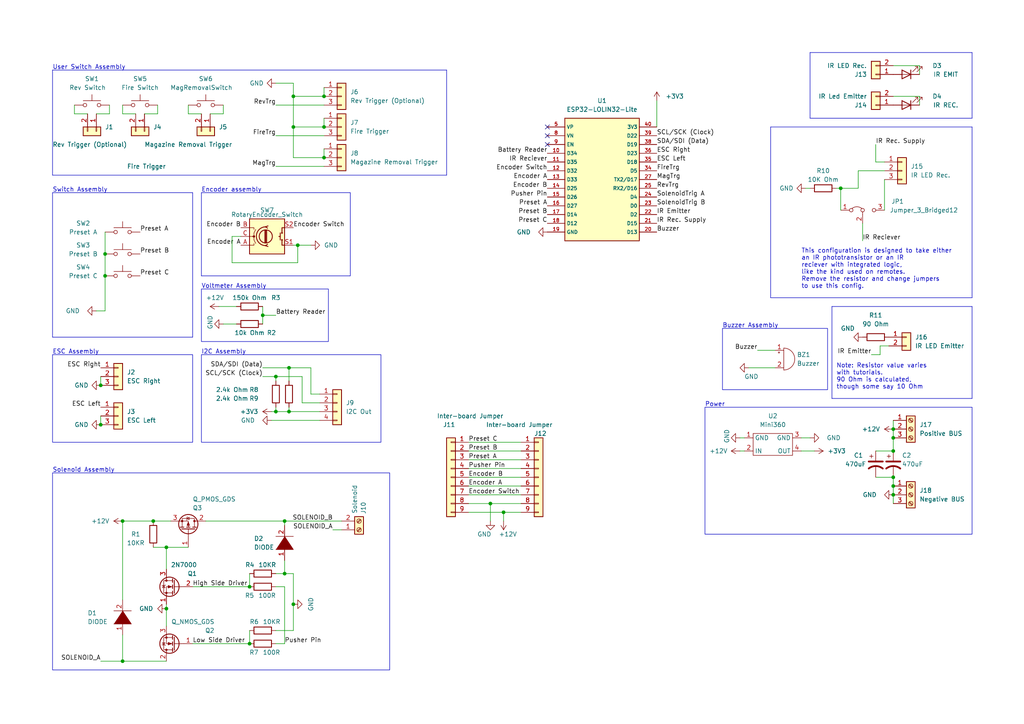
<source format=kicad_sch>
(kicad_sch (version 20230121) (generator eeschema)
  (paper "A4")
  (title_block (title "G4 Controller Board") (rev "2"))
  (lib_symbols
    (symbol "Connector:Screw_Terminal_01x02" (pin_names (offset 1.016) hide)
      (property "Reference" "J" (at 0 2.54 0))
      (property "Value" "Screw_Terminal_01x02" (at 0 -5.08 0))
      (symbol "Screw_Terminal_01x02_1_1"
        (rectangle (start -1.27 1.27) (end 1.27 -3.81) (stroke (width 0.254)) (fill (type background)))
        (circle (center 0 -2.54) (radius 0.635) (stroke (width 0.1524)))
        (polyline (pts (xy -0.5334 -2.2098) (xy 0.3302 -3.048)) (stroke (width 0.1524)))
        (polyline (pts (xy -0.5334 0.3302) (xy 0.3302 -0.508)) (stroke (width 0.1524)))
        (polyline (pts (xy -0.3556 -2.032) (xy 0.508 -2.8702)) (stroke (width 0.1524)))
        (polyline (pts (xy -0.3556 0.508) (xy 0.508 -0.3302)) (stroke (width 0.1524)))
        (circle (center 0 0) (radius 0.635) (stroke (width 0.1524)))
        (pin passive line (at -5.08 0 0) (length 3.81) (name "Pin_1") (number "1"))
        (pin passive line (at -5.08 -2.54 0) (length 3.81) (name "Pin_2") (number "2"))
      )
    )
    (symbol "Connector:Screw_Terminal_01x03" (pin_names (offset 1.016) hide)
      (property "Reference" "J" (at 0 5.08 0))
      (property "Value" "Screw_Terminal_01x03" (at 0 -5.08 0))
      (symbol "Screw_Terminal_01x03_1_1"
        (rectangle (start -1.27 3.81) (end 1.27 -3.81) (stroke (width 0.254)) (fill (type background)))
        (circle (center 0 -2.54) (radius 0.635) (stroke (width 0.1524)))
        (polyline (pts (xy -0.5334 -2.2098) (xy 0.3302 -3.048)) (stroke (width 0.1524)))
        (polyline (pts (xy -0.5334 0.3302) (xy 0.3302 -0.508)) (stroke (width 0.1524)))
        (polyline (pts (xy -0.5334 2.8702) (xy 0.3302 2.032)) (stroke (width 0.1524)))
        (polyline (pts (xy -0.3556 -2.032) (xy 0.508 -2.8702)) (stroke (width 0.1524)))
        (polyline (pts (xy -0.3556 0.508) (xy 0.508 -0.3302)) (stroke (width 0.1524)))
        (polyline (pts (xy -0.3556 3.048) (xy 0.508 2.2098)) (stroke (width 0.1524)))
        (circle (center 0 0) (radius 0.635) (stroke (width 0.1524)))
        (circle (center 0 2.54) (radius 0.635) (stroke (width 0.1524)))
        (pin passive line (at -5.08 2.54 0) (length 3.81) (name "Pin_1") (number "1"))
        (pin passive line (at -5.08 0 0) (length 3.81) (name "Pin_2") (number "2"))
        (pin passive line (at -5.08 -2.54 0) (length 3.81) (name "Pin_3") (number "3"))
      )
    )
    (symbol "Connector_Generic:Conn_01x02" (pin_names (offset 1.016) hide)
      (property "Reference" "J" (at 0 2.54 0))
      (property "Value" "Conn_01x02" (at 0 -5.08 0))
      (symbol "Conn_01x02_1_1"
        (rectangle (start -1.27 -2.413) (end 0 -2.667) (stroke (width 0.1524)))
        (rectangle (start -1.27 0.127) (end 0 -0.127) (stroke (width 0.1524)))
        (rectangle (start -1.27 1.27) (end 1.27 -3.81) (stroke (width 0.254)) (fill (type background)))
        (pin passive line (at -5.08 0 0) (length 3.81) (name "Pin_1") (number "1"))
        (pin passive line (at -5.08 -2.54 0) (length 3.81) (name "Pin_2") (number "2"))
      )
    )
    (symbol "Connector_Generic:Conn_01x03" (pin_names (offset 1.016) hide)
      (property "Reference" "J" (at 0 5.08 0))
      (property "Value" "Conn_01x03" (at 0 -5.08 0))
      (symbol "Conn_01x03_1_1"
        (rectangle (start -1.27 -2.413) (end 0 -2.667) (stroke (width 0.1524)))
        (rectangle (start -1.27 0.127) (end 0 -0.127) (stroke (width 0.1524)))
        (rectangle (start -1.27 2.667) (end 0 2.413) (stroke (width 0.1524)))
        (rectangle (start -1.27 3.81) (end 1.27 -3.81) (stroke (width 0.254)) (fill (type background)))
        (pin passive line (at -5.08 2.54 0) (length 3.81) (name "Pin_1") (number "1"))
        (pin passive line (at -5.08 0 0) (length 3.81) (name "Pin_2") (number "2"))
        (pin passive line (at -5.08 -2.54 0) (length 3.81) (name "Pin_3") (number "3"))
      )
    )
    (symbol "Connector_Generic:Conn_01x04" (pin_names (offset 1.016) hide)
      (property "Reference" "J" (at 0 5.08 0))
      (property "Value" "Conn_01x04" (at 0 -7.62 0))
      (symbol "Conn_01x04_1_1"
        (rectangle (start -1.27 -4.953) (end 0 -5.207) (stroke (width 0.1524)))
        (rectangle (start -1.27 -2.413) (end 0 -2.667) (stroke (width 0.1524)))
        (rectangle (start -1.27 0.127) (end 0 -0.127) (stroke (width 0.1524)))
        (rectangle (start -1.27 2.667) (end 0 2.413) (stroke (width 0.1524)))
        (rectangle (start -1.27 3.81) (end 1.27 -6.35) (stroke (width 0.254)) (fill (type background)))
        (pin passive line (at -5.08 2.54 0) (length 3.81) (name "Pin_1") (number "1"))
        (pin passive line (at -5.08 0 0) (length 3.81) (name "Pin_2") (number "2"))
        (pin passive line (at -5.08 -2.54 0) (length 3.81) (name "Pin_3") (number "3"))
        (pin passive line (at -5.08 -5.08 0) (length 3.81) (name "Pin_4") (number "4"))
      )
    )
    (symbol "Connector_Generic:Conn_01x09" (pin_names (offset 1.016) hide)
      (property "Reference" "J" (at 0 12.7 0))
      (property "Value" "Conn_01x09" (at 0 -12.7 0))
      (symbol "Conn_01x09_1_1"
        (rectangle (start -1.27 -10.033) (end 0 -10.287) (stroke (width 0.1524)))
        (rectangle (start -1.27 -7.493) (end 0 -7.747) (stroke (width 0.1524)))
        (rectangle (start -1.27 -4.953) (end 0 -5.207) (stroke (width 0.1524)))
        (rectangle (start -1.27 -2.413) (end 0 -2.667) (stroke (width 0.1524)))
        (rectangle (start -1.27 0.127) (end 0 -0.127) (stroke (width 0.1524)))
        (rectangle (start -1.27 2.667) (end 0 2.413) (stroke (width 0.1524)))
        (rectangle (start -1.27 5.207) (end 0 4.953) (stroke (width 0.1524)))
        (rectangle (start -1.27 7.747) (end 0 7.493) (stroke (width 0.1524)))
        (rectangle (start -1.27 10.287) (end 0 10.033) (stroke (width 0.1524)))
        (rectangle (start -1.27 11.43) (end 1.27 -11.43) (stroke (width 0.254)) (fill (type background)))
        (pin passive line (at -5.08 10.16 0) (length 3.81) (name "Pin_1") (number "1"))
        (pin passive line (at -5.08 7.62 0) (length 3.81) (name "Pin_2") (number "2"))
        (pin passive line (at -5.08 5.08 0) (length 3.81) (name "Pin_3") (number "3"))
        (pin passive line (at -5.08 2.54 0) (length 3.81) (name "Pin_4") (number "4"))
        (pin passive line (at -5.08 0 0) (length 3.81) (name "Pin_5") (number "5"))
        (pin passive line (at -5.08 -2.54 0) (length 3.81) (name "Pin_6") (number "6"))
        (pin passive line (at -5.08 -5.08 0) (length 3.81) (name "Pin_7") (number "7"))
        (pin passive line (at -5.08 -7.62 0) (length 3.81) (name "Pin_8") (number "8"))
        (pin passive line (at -5.08 -10.16 0) (length 3.81) (name "Pin_9") (number "9"))
      )
    )
    (symbol "Device:Buzzer" (pin_names (offset 0.0254) hide)
      (property "Reference" "BZ" (at 3.81 1.27 0))
      (property "Value" "Buzzer" (at 3.81 -1.27 0))
      (symbol "Buzzer_0_1"
        (arc (start 0 -3.175) (mid 3.1612 0) (end 0 3.175))
        (polyline (pts (xy -1.651 1.905) (xy -1.143 1.905)))
        (polyline (pts (xy -1.397 2.159) (xy -1.397 1.651)))
        (polyline (pts (xy 0 3.175) (xy 0 -3.175)))
      )
      (symbol "Buzzer_1_1"
        (pin passive line (at -2.54 2.54 0) (length 2.54) (name "-") (number "1"))
        (pin passive line (at -2.54 -2.54 0) (length 2.54) (name "+") (number "2"))
      )
    )
    (symbol "Device:C_Polarized_US" (pin_numbers hide) (pin_names (offset 0.254) hide)
      (property "Reference" "C" (at 0.635 2.54 0))
      (property "Value" "C_Polarized_US" (at 0.635 -2.54 0))
      (symbol "C_Polarized_US_0_1"
        (polyline (pts (xy -2.032 0.762) (xy 2.032 0.762)) (stroke (width 0.508)))
        (polyline (pts (xy -1.778 2.286) (xy -0.762 2.286)))
        (polyline (pts (xy -1.27 1.778) (xy -1.27 2.794)))
        (arc (start 2.032 -1.27) (mid 0 -0.5572) (end -2.032 -1.27) (stroke (width 0.508)))
      )
      (symbol "C_Polarized_US_1_1"
        (pin passive line (at 0 3.81 270) (length 2.794) (name "~") (number "1"))
        (pin passive line (at 0 -3.81 90) (length 3.302) (name "~") (number "2"))
      )
    )
    (symbol "Device:LED" (pin_numbers hide) (pin_names (offset 1.016) hide)
      (property "Reference" "D" (at 0 2.54 0))
      (property "Value" "LED" (at 0 -2.54 0))
      (symbol "LED_0_1"
        (polyline (pts (xy -1.27 -1.27) (xy -1.27 1.27)) (stroke (width 0.254)))
        (polyline (pts (xy -1.27 0) (xy 1.27 0)))
        (polyline (pts (xy 1.27 -1.27) (xy 1.27 1.27) (xy -1.27 0) (xy 1.27 -1.27)) (stroke (width 0.254)))
        (polyline (pts (xy -3.048 -0.762) (xy -4.572 -2.286) (xy -3.81 -2.286) (xy -4.572 -2.286) (xy -4.572 -1.524)))
        (polyline (pts (xy -1.778 -0.762) (xy -3.302 -2.286) (xy -2.54 -2.286) (xy -3.302 -2.286) (xy -3.302 -1.524)))
      )
      (symbol "LED_1_1"
        (pin passive line (at -3.81 0 0) (length 2.54) (name "K") (number "1"))
        (pin passive line (at 3.81 0 180) (length 2.54) (name "A") (number "2"))
      )
    )
    (symbol "Device:Q_NMOS_GDS" (pin_names (offset 0) hide)
      (property "Reference" "Q" (at 5.08 1.27 0))
      (property "Value" "Q_NMOS_GDS" (at 5.08 -1.27 0))
      (symbol "Q_NMOS_GDS_0_1"
        (polyline (pts (xy 0.254 0) (xy -2.54 0)))
        (polyline (pts (xy 0.254 1.905) (xy 0.254 -1.905)) (stroke (width 0.254)))
        (polyline (pts (xy 0.762 -1.27) (xy 0.762 -2.286)) (stroke (width 0.254)))
        (polyline (pts (xy 0.762 0.508) (xy 0.762 -0.508)) (stroke (width 0.254)))
        (polyline (pts (xy 0.762 2.286) (xy 0.762 1.27)) (stroke (width 0.254)))
        (polyline (pts (xy 2.54 2.54) (xy 2.54 1.778)))
        (polyline (pts (xy 2.54 -2.54) (xy 2.54 0) (xy 0.762 0)))
        (polyline (pts (xy 0.762 -1.778) (xy 3.302 -1.778) (xy 3.302 1.778) (xy 0.762 1.778)))
        (polyline (pts (xy 1.016 0) (xy 2.032 0.381) (xy 2.032 -0.381) (xy 1.016 0)) (fill (type outline)))
        (polyline (pts (xy 2.794 0.508) (xy 2.921 0.381) (xy 3.683 0.381) (xy 3.81 0.254)))
        (polyline (pts (xy 3.302 0.381) (xy 2.921 -0.254) (xy 3.683 -0.254) (xy 3.302 0.381)))
        (circle (center 1.651 0) (radius 2.794) (stroke (width 0.254)))
        (circle (center 2.54 -1.778) (radius 0.254) (fill (type outline)))
        (circle (center 2.54 1.778) (radius 0.254) (fill (type outline)))
      )
      (symbol "Q_NMOS_GDS_1_1"
        (pin input line (at -5.08 0 0) (length 2.54) (name "G") (number "1"))
        (pin passive line (at 2.54 5.08 270) (length 2.54) (name "D") (number "2"))
        (pin passive line (at 2.54 -5.08 90) (length 2.54) (name "S") (number "3"))
      )
    )
    (symbol "Device:Q_PMOS_GDS" (pin_names (offset 0) hide)
      (property "Reference" "Q" (at 5.08 1.27 0))
      (property "Value" "Q_PMOS_GDS" (at 5.08 -1.27 0))
      (symbol "Q_PMOS_GDS_0_1"
        (polyline (pts (xy 0.254 0) (xy -2.54 0)))
        (polyline (pts (xy 0.254 1.905) (xy 0.254 -1.905)) (stroke (width 0.254)))
        (polyline (pts (xy 0.762 -1.27) (xy 0.762 -2.286)) (stroke (width 0.254)))
        (polyline (pts (xy 0.762 0.508) (xy 0.762 -0.508)) (stroke (width 0.254)))
        (polyline (pts (xy 0.762 2.286) (xy 0.762 1.27)) (stroke (width 0.254)))
        (polyline (pts (xy 2.54 2.54) (xy 2.54 1.778)))
        (polyline (pts (xy 2.54 -2.54) (xy 2.54 0) (xy 0.762 0)))
        (polyline (pts (xy 0.762 1.778) (xy 3.302 1.778) (xy 3.302 -1.778) (xy 0.762 -1.778)))
        (polyline (pts (xy 2.286 0) (xy 1.27 0.381) (xy 1.27 -0.381) (xy 2.286 0)) (fill (type outline)))
        (polyline (pts (xy 2.794 -0.508) (xy 2.921 -0.381) (xy 3.683 -0.381) (xy 3.81 -0.254)))
        (polyline (pts (xy 3.302 -0.381) (xy 2.921 0.254) (xy 3.683 0.254) (xy 3.302 -0.381)))
        (circle (center 1.651 0) (radius 2.794) (stroke (width 0.254)))
        (circle (center 2.54 -1.778) (radius 0.254) (fill (type outline)))
        (circle (center 2.54 1.778) (radius 0.254) (fill (type outline)))
      )
      (symbol "Q_PMOS_GDS_1_1"
        (pin input line (at -5.08 0 0) (length 2.54) (name "G") (number "1"))
        (pin passive line (at 2.54 5.08 270) (length 2.54) (name "D") (number "2"))
        (pin passive line (at 2.54 -5.08 90) (length 2.54) (name "S") (number "3"))
      )
    )
    (symbol "Device:R" (pin_numbers hide) (pin_names (offset 0))
      (property "Reference" "R" (at 2.032 0 90))
      (property "Value" "R" (at 0 0 90))
      (symbol "R_0_1"
        (rectangle (start -1.016 -2.54) (end 1.016 2.54) (stroke (width 0.254)))
      )
      (symbol "R_1_1"
        (pin passive line (at 0 3.81 270) (length 1.27) (name "~") (number "1"))
        (pin passive line (at 0 -3.81 90) (length 1.27) (name "~") (number "2"))
      )
    )
    (symbol "Device:RotaryEncoder_Switch" (pin_names (offset 0.254) hide)
      (property "Reference" "SW" (at 0 6.604 0))
      (property "Value" "RotaryEncoder_Switch" (at 0 -6.604 0))
      (symbol "RotaryEncoder_Switch_0_1"
        (rectangle (start -5.08 5.08) (end 5.08 -5.08) (stroke (width 0.254)) (fill (type background)))
        (circle (center -3.81 0) (radius 0.254) (fill (type outline)))
        (circle (center -0.381 0) (radius 1.905) (stroke (width 0.254)))
        (arc (start -0.381 2.667) (mid -3.0988 -0.0635) (end -0.381 -2.794) (stroke (width 0.254)))
        (polyline (pts (xy -0.635 -1.778) (xy -0.635 1.778)) (stroke (width 0.254)))
        (polyline (pts (xy -0.381 -1.778) (xy -0.381 1.778)) (stroke (width 0.254)))
        (polyline (pts (xy -0.127 1.778) (xy -0.127 -1.778)) (stroke (width 0.254)))
        (polyline (pts (xy 3.81 0) (xy 3.429 0)) (stroke (width 0.254)))
        (polyline (pts (xy 3.81 1.016) (xy 3.81 -1.016)) (stroke (width 0.254)))
        (polyline (pts (xy -5.08 -2.54) (xy -3.81 -2.54) (xy -3.81 -2.032)))
        (polyline (pts (xy -5.08 2.54) (xy -3.81 2.54) (xy -3.81 2.032)))
        (polyline (pts (xy 0.254 -3.048) (xy -0.508 -2.794) (xy 0.127 -2.413)) (stroke (width 0.254)))
        (polyline (pts (xy 0.254 2.921) (xy -0.508 2.667) (xy 0.127 2.286)) (stroke (width 0.254)))
        (polyline (pts (xy 5.08 -2.54) (xy 4.318 -2.54) (xy 4.318 -1.016)) (stroke (width 0.254)))
        (polyline (pts (xy 5.08 2.54) (xy 4.318 2.54) (xy 4.318 1.016)) (stroke (width 0.254)))
        (polyline (pts (xy -5.08 0) (xy -3.81 0) (xy -3.81 -1.016) (xy -3.302 -2.032)))
        (polyline (pts (xy -4.318 0) (xy -3.81 0) (xy -3.81 1.016) (xy -3.302 2.032)))
        (circle (center 4.318 -1.016) (radius 0.127) (stroke (width 0.254)))
        (circle (center 4.318 1.016) (radius 0.127) (stroke (width 0.254)))
      )
      (symbol "RotaryEncoder_Switch_1_1"
        (pin passive line (at -7.62 2.54 0) (length 2.54) (name "A") (number "A"))
        (pin passive line (at -7.62 -2.54 0) (length 2.54) (name "B") (number "B"))
        (pin passive line (at -7.62 0 0) (length 2.54) (name "C") (number "C"))
        (pin passive line (at 7.62 2.54 180) (length 2.54) (name "S1") (number "S1"))
        (pin passive line (at 7.62 -2.54 180) (length 2.54) (name "S2") (number "S2"))
      )
    )
    (symbol "Espressif:ESP32-LOLIN32-Lite"
      (property "Reference" "U" (at -3.81 13.97 0))
      (property "Value" "ESP32-LOLIN32-Lite" (at 0 1.27 90))
      (symbol "ESP32-LOLIN32-Lite_0_1"
        (rectangle (start -11.43 19.05) (end 10.16 -16.51) (stroke (width 0.254)) (fill (type background)))
      )
      (symbol "ESP32-LOLIN32-Lite_1_1"
        (pin bidirectional line (at -16.51 8.89 0) (length 5.08) (name "D34") (number "10"))
        (pin bidirectional line (at -16.51 6.35 0) (length 5.08) (name "D35") (number "11"))
        (pin bidirectional line (at -16.51 3.81 0) (length 5.08) (name "D32") (number "12"))
        (pin bidirectional line (at -16.51 1.27 0) (length 5.08) (name "D33") (number "13"))
        (pin bidirectional line (at -16.51 -1.27 0) (length 5.08) (name "D25") (number "14"))
        (pin bidirectional line (at -16.51 -3.81 0) (length 5.08) (name "D26") (number "15"))
        (pin bidirectional line (at -16.51 -6.35 0) (length 5.08) (name "D27") (number "16"))
        (pin bidirectional line (at -16.51 -8.89 0) (length 5.08) (name "D14") (number "17"))
        (pin bidirectional line (at -16.51 -11.43 0) (length 5.08) (name "D12") (number "18"))
        (pin power_in line (at -16.51 -13.97 0) (length 5.08) (name "GND") (number "19"))
        (pin bidirectional line (at 15.24 -13.97 180) (length 5.08) (name "D13") (number "20"))
        (pin bidirectional line (at 15.24 -11.43 180) (length 5.08) (name "D15") (number "21"))
        (pin bidirectional line (at 15.24 -8.89 180) (length 5.08) (name "D2") (number "22"))
        (pin bidirectional line (at 15.24 -6.35 180) (length 5.08) (name "D0") (number "23"))
        (pin bidirectional line (at 15.24 -3.81 180) (length 5.08) (name "D4") (number "24"))
        (pin input line (at 15.24 -1.27 180) (length 5.08) (name "RX2/D16") (number "25"))
        (pin output line (at 15.24 1.27 180) (length 5.08) (name "TX2/D17") (number "27"))
        (pin bidirectional line (at 15.24 3.81 180) (length 5.08) (name "D5") (number "34"))
        (pin bidirectional line (at 15.24 6.35 180) (length 5.08) (name "D18") (number "35"))
        (pin bidirectional line (at 15.24 8.89 180) (length 5.08) (name "D23") (number "36"))
        (pin bidirectional line (at 15.24 11.43 180) (length 5.08) (name "D19") (number "38"))
        (pin bidirectional line (at 15.24 13.97 180) (length 5.08) (name "D22") (number "39"))
        (pin input line (at 15.24 16.51 180) (length 5.08) (name "3V3") (number "40"))
        (pin bidirectional line (at -16.51 16.51 0) (length 5.08) (name "VP") (number "5"))
        (pin bidirectional line (at -16.51 13.97 0) (length 5.08) (name "VN") (number "8"))
        (pin input line (at -16.51 11.43 0) (length 5.08) (name "EN") (number "9"))
      )
    )
    (symbol "Jumper:Jumper_3_Bridged12" (pin_names (offset 0) hide)
      (property "Reference" "JP" (at -2.54 -2.54 0))
      (property "Value" "Jumper_3_Bridged12" (at 0 2.794 0))
      (symbol "Jumper_3_Bridged12_0_0"
        (circle (center -3.302 0) (radius 0.508))
        (circle (center 0 0) (radius 0.508))
        (circle (center 3.302 0) (radius 0.508))
      )
      (symbol "Jumper_3_Bridged12_0_1"
        (arc (start -0.254 0.508) (mid -1.651 0.9912) (end -3.048 0.508))
        (polyline (pts (xy 0 -1.27) (xy 0 -0.508)))
      )
      (symbol "Jumper_3_Bridged12_1_1"
        (pin passive line (at -6.35 0 0) (length 2.54) (name "A") (number "1"))
        (pin passive line (at 0 -3.81 90) (length 2.54) (name "C") (number "2"))
        (pin passive line (at 6.35 0 180) (length 2.54) (name "B") (number "3"))
      )
    )
    (symbol "My_Library:Mini360"
      (property "Reference" "U" (at 2.54 7.62 0))
      (property "Value" "Mini360" (at 6.35 10.16 0))
      (symbol "Mini360_0_1"
        (rectangle (start 0 6.35) (end 11.43 0))
      )
      (symbol "Mini360_1_1"
        (pin power_in line (at -2.54 5.08 0) (length 2.54) (name "GND") (number "1"))
        (pin power_in line (at -2.54 1.27 0) (length 2.54) (name "IN") (number "2"))
        (pin power_out line (at 13.97 5.08 180) (length 2.54) (name "GND") (number "3"))
        (pin power_out line (at 13.97 1.27 180) (length 2.54) (name "OUT") (number "4"))
      )
    )
    (symbol "Switch:SW_Push" (pin_numbers hide) (pin_names (offset 1.016) hide)
      (property "Reference" "SW" (at 1.27 2.54 0))
      (property "Value" "SW_Push" (at 0 -1.524 0))
      (symbol "SW_Push_0_1"
        (circle (center -2.032 0) (radius 0.508))
        (polyline (pts (xy 0 1.27) (xy 0 3.048)))
        (polyline (pts (xy 2.54 1.27) (xy -2.54 1.27)))
        (circle (center 2.032 0) (radius 0.508))
        (pin passive line (at -5.08 0 0) (length 2.54) (name "1") (number "1"))
        (pin passive line (at 5.08 0 180) (length 2.54) (name "2") (number "2"))
      )
    )
    (symbol "Transistor_FET:2N7000" (pin_names hide)
      (property "Reference" "Q" (at 5.08 1.905 0))
      (property "Value" "2N7000" (at 5.08 0 0))
      (symbol "2N7000_0_1"
        (polyline (pts (xy 0.254 0) (xy -2.54 0)))
        (polyline (pts (xy 0.254 1.905) (xy 0.254 -1.905)) (stroke (width 0.254)))
        (polyline (pts (xy 0.762 -1.27) (xy 0.762 -2.286)) (stroke (width 0.254)))
        (polyline (pts (xy 0.762 0.508) (xy 0.762 -0.508)) (stroke (width 0.254)))
        (polyline (pts (xy 0.762 2.286) (xy 0.762 1.27)) (stroke (width 0.254)))
        (polyline (pts (xy 2.54 2.54) (xy 2.54 1.778)))
        (polyline (pts (xy 2.54 -2.54) (xy 2.54 0) (xy 0.762 0)))
        (polyline (pts (xy 0.762 -1.778) (xy 3.302 -1.778) (xy 3.302 1.778) (xy 0.762 1.778)))
        (polyline (pts (xy 1.016 0) (xy 2.032 0.381) (xy 2.032 -0.381) (xy 1.016 0)) (fill (type outline)))
        (polyline (pts (xy 2.794 0.508) (xy 2.921 0.381) (xy 3.683 0.381) (xy 3.81 0.254)))
        (polyline (pts (xy 3.302 0.381) (xy 2.921 -0.254) (xy 3.683 -0.254) (xy 3.302 0.381)))
        (circle (center 1.651 0) (radius 2.794) (stroke (width 0.254)))
        (circle (center 2.54 -1.778) (radius 0.254) (fill (type outline)))
        (circle (center 2.54 1.778) (radius 0.254) (fill (type outline)))
      )
      (symbol "2N7000_1_1"
        (pin passive line (at 2.54 -5.08 90) (length 2.54) (name "S") (number "1"))
        (pin input line (at -5.08 0 0) (length 2.54) (name "G") (number "2"))
        (pin passive line (at 2.54 5.08 270) (length 2.54) (name "D") (number "3"))
      )
    )
    (symbol "power:+12V" (power) (pin_names (offset 0))
      (property "Value" "+12V" (at 0 3.556 0))
      (symbol "+12V_0_1"
        (polyline (pts (xy -0.762 1.27) (xy 0 2.54)))
        (polyline (pts (xy 0 0) (xy 0 2.54)))
        (polyline (pts (xy 0 2.54) (xy 0.762 1.27)))
      )
      (symbol "+12V_1_1"
        (pin power_in line (at 0 0 90) (length 0) hide (name "+12V") (number "1"))
      )
    )
    (symbol "power:+3V3" (power) (pin_names (offset 0))
      (property "Value" "+3V3" (at 0 3.556 0))
      (symbol "+3V3_0_1"
        (polyline (pts (xy -0.762 1.27) (xy 0 2.54)))
        (polyline (pts (xy 0 0) (xy 0 2.54)))
        (polyline (pts (xy 0 2.54) (xy 0.762 1.27)))
      )
      (symbol "+3V3_1_1"
        (pin power_in line (at 0 0 90) (length 0) hide (name "+3V3") (number "1"))
      )
    )
    (symbol "power:GND" (power) (pin_names (offset 0))
      (property "Value" "GND" (at 0 -3.81 0))
      (symbol "GND_0_1"
        (polyline (pts (xy 0 0) (xy 0 -1.27) (xy 1.27 -1.27) (xy 0 -2.54) (xy -1.27 -1.27) (xy 0 -1.27)))
      )
      (symbol "GND_1_1"
        (pin power_in line (at 0 0 270) (length 0) hide (name "GND") (number "1"))
      )
    )
    (symbol "pspice:DIODE" (pin_names (offset 1.016) hide)
      (property "Reference" "D" (at 0 3.81 0))
      (property "Value" "DIODE" (at 0 -4.445 0))
      (symbol "DIODE_0_1"
        (polyline (pts (xy 1.905 2.54) (xy 1.905 -2.54)))
        (polyline (pts (xy -1.905 2.54) (xy -1.905 -2.54) (xy 1.905 0)) (fill (type outline)))
      )
      (symbol "DIODE_1_1"
        (pin input line (at -5.08 0 0) (length 3.81) (name "K") (number "1"))
        (pin input line (at 5.08 0 180) (length 3.81) (name "A") (number "2"))
      )
    )
  )
  (junction (at 82.55 166.37))
  (junction (at 44.45 151.13))
  (junction (at 259.08 138.43))
  (junction (at 259.08 124.46))
  (junction (at 35.56 191.77))
  (junction (at 76.2 91.44))
  (junction (at 85.09 175.26))
  (junction (at 93.98 36.83))
  (junction (at 146.05 148.59))
  (junction (at 29.21 123.19))
  (junction (at 83.82 106.68))
  (junction (at 72.39 186.69))
  (junction (at 85.09 27.94))
  (junction (at 80.01 119.38))
  (junction (at 259.08 130.81))
  (junction (at 259.08 143.51))
  (junction (at 243.84 54.61))
  (junction (at 30.48 73.66))
  (junction (at 86.36 71.12))
  (junction (at 83.82 119.38))
  (junction (at 48.26 158.75))
  (junction (at 35.56 151.13))
  (junction (at 30.48 80.01))
  (junction (at 48.26 176.53))
  (junction (at 82.55 151.13))
  (junction (at 93.98 45.72))
  (junction (at 93.98 27.94))
  (junction (at 85.09 36.83))
  (junction (at 72.39 170.18))
  (junction (at 259.08 127))
  (junction (at 259.08 140.97))
  (junction (at 80.01 109.22))
  (junction (at 142.24 146.05))
  (junction (at 29.21 111.76))
  (no_connect (at 158.75 39.37))
  (no_connect (at 158.75 41.91))
  (no_connect (at 158.75 36.83))
  (wire (pts (xy 60.96 33.02) (xy 64.77 33.02)))
  (wire (pts (xy 35.56 30.48) (xy 35.56 33.02)))
  (wire (pts (xy 82.55 152.4) (xy 82.55 151.13)))
  (wire (pts (xy 83.82 118.11) (xy 83.82 119.38)))
  (wire (pts (xy 259.08 138.43) (xy 259.08 140.97)))
  (wire (pts (xy 90.17 71.12) (xy 86.36 71.12)))
  (wire (pts (xy 80.01 166.37) (xy 82.55 166.37)))
  (wire (pts (xy 146.05 148.59) (xy 151.13 148.59)))
  (wire (pts (xy 82.55 166.37) (xy 85.09 166.37)))
  (wire (pts (xy 80.01 48.26) (xy 93.98 48.26)))
  (wire (pts (xy 151.13 140.97) (xy 135.89 140.97)))
  (wire (pts (xy 266.7 30.48) (xy 266.7 27.94)))
  (wire (pts (xy 135.89 133.35) (xy 151.13 133.35)))
  (polyline (pts (xy 281.94 86.36) (xy 223.52 86.36)))
  (wire (pts (xy 76.2 88.9) (xy 76.2 91.44)))
  (wire (pts (xy 35.56 191.77) (xy 35.56 184.15)))
  (wire (pts (xy 27.94 33.02) (xy 31.75 33.02)))
  (wire (pts (xy 55.88 170.18) (xy 72.39 170.18)))
  (polyline (pts (xy 281.94 88.9) (xy 281.94 115.57)))
  (wire (pts (xy 30.48 67.31) (xy 30.48 73.66)))
  (wire (pts (xy 54.61 33.02) (xy 54.61 30.48)))
  (wire (pts (xy 64.77 93.98) (xy 68.58 93.98)))
  (wire (pts (xy 151.13 138.43) (xy 135.89 138.43)))
  (wire (pts (xy 93.98 43.18) (xy 93.98 45.72)))
  (wire (pts (xy 93.98 25.4) (xy 93.98 27.94)))
  (wire (pts (xy 80.01 91.44) (xy 76.2 91.44)))
  (wire (pts (xy 72.39 186.69) (xy 72.39 182.88)))
  (wire (pts (xy 85.09 166.37) (xy 85.09 175.26)))
  (wire (pts (xy 254 138.43) (xy 259.08 138.43)))
  (wire (pts (xy 29.21 109.22) (xy 29.21 111.76)))
  (wire (pts (xy 55.88 186.69) (xy 72.39 186.69)))
  (wire (pts (xy 48.26 158.75) (xy 54.61 158.75)))
  (wire (pts (xy 76.2 109.22) (xy 80.01 109.22)))
  (wire (pts (xy 219.71 101.6) (xy 224.79 101.6)))
  (wire (pts (xy 72.39 170.18) (xy 72.39 166.37)))
  (wire (pts (xy 190.5 29.21) (xy 190.5 36.83)))
  (polyline (pts (xy 129.54 20.32) (xy 129.54 50.8)))
  (wire (pts (xy 92.71 114.3) (xy 90.17 114.3)))
  (wire (pts (xy 214.63 127) (xy 215.9 127)))
  (polyline (pts (xy 234.95 34.29) (xy 281.94 34.29)))
  (wire (pts (xy 25.4 33.02) (xy 21.59 33.02)))
  (polyline (pts (xy 55.88 97.79) (xy 15.24 97.79)))
  (wire (pts (xy 80.01 118.11) (xy 80.01 119.38)))
  (wire (pts (xy 252.73 102.87) (xy 255.27 102.87)))
  (wire (pts (xy 41.91 33.02) (xy 45.72 33.02)))
  (wire (pts (xy 85.09 36.83) (xy 85.09 45.72)))
  (wire (pts (xy 243.84 54.61) (xy 248.92 54.61)))
  (wire (pts (xy 48.26 158.75) (xy 48.26 165.1)))
  (wire (pts (xy 135.89 143.51) (xy 151.13 143.51)))
  (polyline (pts (xy 15.24 20.32) (xy 15.24 50.8)))
  (wire (pts (xy 254 41.91) (xy 254 46.99)))
  (wire (pts (xy 214.63 130.81) (xy 215.9 130.81)))
  (wire (pts (xy 266.7 27.94) (xy 259.08 27.94)))
  (wire (pts (xy 63.5 88.9) (xy 68.58 88.9)))
  (wire (pts (xy 146.05 148.59) (xy 146.05 151.13)))
  (wire (pts (xy 44.45 151.13) (xy 49.53 151.13)))
  (wire (pts (xy 151.13 135.89) (xy 135.89 135.89)))
  (wire (pts (xy 92.71 116.84) (xy 87.63 116.84)))
  (wire (pts (xy 255.27 100.33) (xy 257.81 100.33)))
  (wire (pts (xy 67.31 68.58) (xy 67.31 76.2)))
  (wire (pts (xy 30.48 73.66) (xy 30.48 80.01)))
  (wire (pts (xy 30.48 80.01) (xy 30.48 90.17)))
  (wire (pts (xy 82.55 162.56) (xy 82.55 166.37)))
  (wire (pts (xy 135.89 128.27) (xy 151.13 128.27)))
  (polyline (pts (xy 281.94 34.29) (xy 281.94 15.24)))
  (wire (pts (xy 85.09 36.83) (xy 93.98 36.83)))
  (wire (pts (xy 76.2 91.44) (xy 76.2 93.98)))
  (wire (pts (xy 29.21 191.77) (xy 35.56 191.77)))
  (wire (pts (xy 27.94 90.17) (xy 30.48 90.17)))
  (wire (pts (xy 80.01 170.18) (xy 82.55 170.18)))
  (wire (pts (xy 48.26 176.53) (xy 48.26 181.61)))
  (wire (pts (xy 255.27 102.87) (xy 255.27 100.33)))
  (wire (pts (xy 259.08 140.97) (xy 259.08 143.51)))
  (wire (pts (xy 254 130.81) (xy 259.08 130.81)))
  (polyline (pts (xy 281.94 88.9) (xy 241.3 88.9)))
  (wire (pts (xy 44.45 158.75) (xy 48.26 158.75)))
  (polyline (pts (xy 101.6 80.01) (xy 58.42 80.01)))
  (wire (pts (xy 86.36 76.2) (xy 86.36 71.12)))
  (wire (pts (xy 256.54 60.96) (xy 256.54 52.07)))
  (wire (pts (xy 85.09 24.13) (xy 85.09 27.94)))
  (wire (pts (xy 83.82 119.38) (xy 92.71 119.38)))
  (wire (pts (xy 35.56 151.13) (xy 44.45 151.13)))
  (wire (pts (xy 85.09 45.72) (xy 93.98 45.72)))
  (wire (pts (xy 142.24 146.05) (xy 142.24 151.13)))
  (wire (pts (xy 35.56 173.99) (xy 35.56 151.13)))
  (wire (pts (xy 135.89 146.05) (xy 142.24 146.05)))
  (wire (pts (xy 151.13 130.81) (xy 135.89 130.81)))
  (wire (pts (xy 85.09 24.13) (xy 80.01 24.13)))
  (wire (pts (xy 58.42 33.02) (xy 54.61 33.02)))
  (wire (pts (xy 90.17 106.68) (xy 83.82 106.68)))
  (wire (pts (xy 82.55 170.18) (xy 82.55 186.69)))
  (wire (pts (xy 259.08 143.51) (xy 259.08 146.05)))
  (wire (pts (xy 76.2 106.68) (xy 83.82 106.68)))
  (wire (pts (xy 45.72 30.48) (xy 45.72 33.02)))
  (polyline (pts (xy 101.6 55.88) (xy 101.6 80.01)))
  (wire (pts (xy 80.01 109.22) (xy 80.01 110.49)))
  (wire (pts (xy 80.01 182.88) (xy 85.09 182.88)))
  (wire (pts (xy 48.26 175.26) (xy 48.26 176.53)))
  (polyline (pts (xy 15.24 55.88) (xy 15.24 97.79)))
  (wire (pts (xy 236.22 130.81) (xy 232.41 130.81)))
  (wire (pts (xy 83.82 106.68) (xy 83.82 110.49)))
  (wire (pts (xy 234.95 127) (xy 232.41 127)))
  (wire (pts (xy 266.7 21.59) (xy 266.7 19.05)))
  (polyline (pts (xy 223.52 36.83) (xy 281.94 36.83)))
  (wire (pts (xy 233.68 54.61) (xy 234.95 54.61)))
  (wire (pts (xy 67.31 76.2) (xy 86.36 76.2)))
  (wire (pts (xy 31.75 33.02) (xy 31.75 30.48)))
  (wire (pts (xy 259.08 124.46) (xy 259.08 127)))
  (wire (pts (xy 248.92 49.53) (xy 256.54 49.53)))
  (wire (pts (xy 80.01 30.48) (xy 93.98 30.48)))
  (wire (pts (xy 69.85 68.58) (xy 67.31 68.58)))
  (polyline (pts (xy 55.88 55.88) (xy 55.88 97.79)))
  (wire (pts (xy 243.84 54.61) (xy 243.84 60.96)))
  (wire (pts (xy 86.36 71.12) (xy 85.09 71.12)))
  (wire (pts (xy 82.55 151.13) (xy 99.06 151.13)))
  (wire (pts (xy 248.92 54.61) (xy 248.92 49.53)))
  (wire (pts (xy 80.01 119.38) (xy 83.82 119.38)))
  (wire (pts (xy 93.98 39.37) (xy 80.01 39.37)))
  (polyline (pts (xy 234.95 15.24) (xy 234.95 34.29)))
  (wire (pts (xy 90.17 114.3) (xy 90.17 106.68)))
  (wire (pts (xy 48.26 191.77) (xy 35.56 191.77)))
  (wire (pts (xy 135.89 148.59) (xy 146.05 148.59)))
  (wire (pts (xy 142.24 146.05) (xy 151.13 146.05)))
  (polyline (pts (xy 223.52 36.83) (xy 223.52 86.36)))
  (polyline (pts (xy 281.94 36.83) (xy 281.94 86.36)))
  (polyline (pts (xy 281.94 15.24) (xy 234.95 15.24)))
  (wire (pts (xy 87.63 109.22) (xy 80.01 109.22)))
  (wire (pts (xy 85.09 27.94) (xy 85.09 36.83)))
  (wire (pts (xy 96.52 153.67) (xy 99.06 153.67)))
  (wire (pts (xy 78.74 121.92) (xy 92.71 121.92)))
  (wire (pts (xy 82.55 186.69) (xy 80.01 186.69)))
  (polyline (pts (xy 241.3 115.57) (xy 281.94 115.57)))
  (wire (pts (xy 78.74 119.38) (xy 80.01 119.38)))
  (wire (pts (xy 93.98 27.94) (xy 85.09 27.94)))
  (wire (pts (xy 64.77 33.02) (xy 64.77 30.48)))
  (wire (pts (xy 29.21 120.65) (xy 29.21 123.19)))
  (wire (pts (xy 259.08 121.92) (xy 259.08 124.46)))
  (wire (pts (xy 39.37 33.02) (xy 35.56 33.02)))
  (wire (pts (xy 242.57 54.61) (xy 243.84 54.61)))
  (wire (pts (xy 85.09 175.26) (xy 85.09 182.88)))
  (polyline (pts (xy 129.54 50.8) (xy 15.24 50.8)))
  (wire (pts (xy 259.08 127) (xy 259.08 130.81)))
  (polyline (pts (xy 58.42 80.01) (xy 58.42 55.88)))
  (wire (pts (xy 217.17 106.68) (xy 224.79 106.68)))
  (wire (pts (xy 254 46.99) (xy 256.54 46.99)))
  (wire (pts (xy 21.59 33.02) (xy 21.59 30.48)))
  (polyline (pts (xy 15.24 55.88) (xy 55.88 55.88)))
  (wire (pts (xy 93.98 34.29) (xy 93.98 36.83)))
  (wire (pts (xy 87.63 116.84) (xy 87.63 109.22)))
  (polyline (pts (xy 15.24 20.32) (xy 129.54 20.32)))
  (wire (pts (xy 250.19 64.77) (xy 250.19 69.85)))
  (polyline (pts (xy 58.42 55.88) (xy 101.6 55.88)))
  (wire (pts (xy 266.7 19.05) (xy 259.08 19.05)))
  (wire (pts (xy 59.69 151.13) (xy 82.55 151.13)))
  (polyline (pts (xy 241.3 88.9) (xy 241.3 115.57)))
  (rectangle (start 58.42 83.82) (end 95.25 99.06))
  (rectangle (start 204.47 118.11) (end 281.94 154.94))
  (rectangle (start 58.42 102.87) (end 110.49 128.27))
  (rectangle (start 15.24 137.16) (end 113.03 194.31))
  (rectangle (start 15.24 102.87) (end 55.88 128.27))
  (rectangle (start 209.55 95.25) (end 240.03 113.03))
  (text "Solenoid Assembly" (at 15.24 137.16 0) (effects (font (size 1.27 1.27)) (justify left bottom)))
  (text "Encoder assembly" (at 58.42 55.88 0) (effects (font (size 1.27 1.27)) (justify left bottom)))
  (text "I2C Assembly" (at 58.42 102.87 0) (effects (font (size 1.27 1.27)) (justify left bottom)))
  (text "User Switch Assembly\n" (at 15.24 20.32 0) (effects (font (size 1.27 1.27)) (justify left bottom)))
  (text "ESC Assembly" (at 15.24 102.87 0) (effects (font (size 1.27 1.27)) (justify left bottom)))
  (text "Buzzer Assembly" (at 209.55 95.25 0) (effects (font (size 1.27 1.27)) (justify left bottom)))
  (text "This configuration is designed to take either\nan IR phototransistor or an IR\nreciever with integrated logic,\nlike the kind used on remotes.\nRemove the resistor and change jumpers\nto use this config." (at 232.41 83.82 0) (effects (font (size 1.27 1.27)) (justify left bottom)))
  (text "Switch Assembly\n" (at 15.24 55.88 0) (effects (font (size 1.27 1.27)) (justify left bottom)))
  (text "Power" (at 204.47 118.11 0) (effects (font (size 1.27 1.27)) (justify left bottom)))
  (text "Note: Resistor value varies\nwith tutorials.\n90 Ohm is calculated,\nthough some say 10 Ohm\n" (at 242.57 113.03 0) (effects (font (size 1.27 1.27)) (justify left bottom)))
  (text "Voltmeter Assembly" (at 58.42 83.82 0) (effects (font (size 1.27 1.27)) (justify left bottom)))
  (label "Preset C" (at 135.89 128.27 0))
  (label "Preset A" (at 135.89 133.35 0))
  (label "RevTrg" (at 190.5 54.61 0))
  (label "Preset B" (at 135.89 130.81 0))
  (label "Pusher Pin" (at 82.55 186.69 0))
  (label "IR Emitter" (at 252.73 102.87 180))
  (label "SCL{slash}SCK (Clock)" (at 190.5 39.37 0))
  (label "FireTrg" (at 80.01 39.37 180))
  (label "Encoder B" (at 135.89 138.43 0))
  (label "Buzzer" (at 190.5 67.31 0))
  (label "Preset A" (at 158.75 59.69 180))
  (label "MagTrg" (at 80.01 48.26 180))
  (label "High Side Driver" (at 55.88 170.18 0))
  (label "ESC Left" (at 190.5 46.99 0))
  (label "Encoder A" (at 135.89 140.97 0))
  (label "Preset A" (at 40.64 67.31 0))
  (label "SOLENOID_B" (at 96.52 151.13 180))
  (label "IR Emitter" (at 190.5 62.23 0))
  (label "Preset C" (at 158.75 64.77 180))
  (label "SOLENOID_A" (at 29.21 191.77 180))
  (label "SCL{slash}SCK (Clock)" (at 76.2 109.22 180))
  (label "Preset B" (at 40.64 73.66 0))
  (label "Preset B" (at 158.75 62.23 180))
  (label "SolenoidTrig A" (at 190.5 57.15 0))
  (label "Pusher Pin" (at 135.89 135.89 0))
  (label "Pusher Pin" (at 158.75 57.15 180))
  (label "FireTrg" (at 190.5 49.53 0))
  (label "SolenoidTrig B" (at 190.5 59.69 0))
  (label "Encoder Switch" (at 135.89 143.51 0))
  (label "ESC Right" (at 29.21 106.68 180))
  (label "Encoder B" (at 69.85 66.04 180))
  (label "SOLENOID_A" (at 96.52 153.67 180))
  (label "IR Reciever" (at 158.75 46.99 180))
  (label "Battery Reader" (at 80.01 91.44 0))
  (label "IR Rec. Supply" (at 254 41.91 0))
  (label "SDA{slash}SDI (Data)" (at 76.2 106.68 180))
  (label "IR Rec. Supply" (at 190.5 64.77 0))
  (label "ESC Right" (at 190.5 44.45 0))
  (label "IR Reciever" (at 250.19 69.85 0))
  (label "Encoder B" (at 158.75 54.61 180))
  (label "Low Side Driver" (at 55.88 186.69 0))
  (label "Buzzer" (at 219.71 101.6 180))
  (label "Encoder A" (at 158.75 52.07 180))
  (label "Encoder A" (at 69.85 71.12 180))
  (label "ESC Left" (at 29.21 118.11 180))
  (label "Preset C" (at 40.64 80.01 0))
  (label "RevTrg" (at 80.01 30.48 180))
  (label "Encoder Switch" (at 158.75 49.53 180))
  (label "Encoder Switch" (at 85.09 66.04 0))
  (label "MagTrg" (at 190.5 52.07 0))
  (label "Battery Reader" (at 158.75 44.45 180))
  (label "SDA{slash}SDI (Data)" (at 190.5 41.91 0))
  (symbol (lib_id "pspice:DIODE") (at 35.56 179.07 90) (unit 1)
    (property "Reference" "D1" (at 25.4 177.8 90) (effects (justify right)))
    (property "Value" "DIODE" (at 25.4 180.34 90) (effects (justify right)))
    (property "Footprint" "Diode_THT:D_DO-41_SOD81_P7.62mm_Horizontal" (effects hide))
  )
  (symbol (lib_id "Switch:SW_Push") (at 35.56 67.31 0) (mirror y) (unit 1)
    (property "Reference" "SW2" (at 24.13 64.77 0))
    (property "Value" "Preset A" (at 24.13 67.31 0))
    (property "Footprint" "Button_Switch_THT:SW_PUSH_6mm_H13mm" (effects hide))
  )
  (symbol (lib_id "power:+3V3") (at 190.5 29.21 0) (unit 1)
    (property "Reference" "#PWR016" (effects hide))
    (property "Value" "+3V3" (at 193.04 27.9399 0) (effects (justify left)))
  )
  (symbol (lib_id "My_Library:Mini360") (at 218.44 132.08 0) (unit 1)
    (property "Reference" "U2" (at 224.155 120.65 0))
    (property "Value" "Mini360" (at 224.155 123.19 0))
    (property "Footprint" "My_Library:Mini360" (effects hide))
  )
  (symbol (lib_id "power:GND") (at 29.21 111.76 270) (unit 1)
    (property "Reference" "#PWR02" (effects hide))
    (property "Value" "GND" (at 21.59 111.76 90) (effects (justify left)))
  )
  (symbol (lib_id "power:+12V") (at 63.5 88.9 90) (unit 1)
    (property "Reference" "#PWR06" (effects hide))
    (property "Value" "+12V" (at 59.69 86.36 90) (effects (justify right)))
  )
  (symbol (lib_id "Connector:Screw_Terminal_01x03") (at 264.16 143.51 0) (unit 1)
    (property "Reference" "J18" (at 266.7 142.24 0) (effects (justify left)))
    (property "Value" "Negative BUS" (at 266.7 144.78 0) (effects (justify left)))
    (property "Footprint" "TerminalBlock_RND:TerminalBlock_RND_205-00002_1x03_P5.00mm_Horizontal" (effects hide))
  )
  (symbol (lib_id "power:GND") (at 259.08 143.51 270) (unit 1)
    (property "Reference" "#PWR025" (effects hide))
    (property "Value" "GND" (at 250.19 143.51 90) (effects (justify left)))
  )
  (symbol (lib_id "Connector_Generic:Conn_01x02") (at 262.89 97.79 0) (unit 1)
    (property "Reference" "J16" (at 265.43 97.7899 0) (effects (justify left)))
    (property "Value" "IR LED Emitter" (at 265.43 100.3299 0) (effects (justify left)))
    (property "Footprint" "Connector_PinSocket_2.54mm:PinSocket_1x02_P2.54mm_Vertical" (effects hide))
  )
  (symbol (lib_id "power:GND") (at 48.26 176.53 270) (unit 1)
    (property "Reference" "#PWR05" (effects hide))
    (property "Value" "GND" (at 44.45 176.53 90) (effects (justify right)))
  )
  (symbol (lib_id "Connector_Generic:Conn_01x02") (at 254 21.59 180) (unit 1) (on_board no)
    (property "Reference" "J13" (at 251.46 21.5901 0) (effects (justify left)))
    (property "Value" "IR LED Rec." (at 251.46 19.0501 0) (effects (justify left)))
    (property "Footprint" "Connector_PinSocket_2.54mm:PinSocket_1x02_P2.54mm_Vertical" (effects hide))
  )
  (symbol (lib_id "Connector_Generic:Conn_01x09") (at 156.21 138.43 0) (unit 1)
    (property "Reference" "J12" (at 154.94 125.73 0) (effects (justify left)))
    (property "Value" "Inter-board Jumper" (at 140.97 123.19 0) (effects (justify left)))
    (property "Footprint" "Connector_PinSocket_2.54mm:PinSocket_1x09_P2.54mm_Vertical" (effects hide))
  )
  (symbol (lib_id "Connector_Generic:Conn_01x03") (at 99.06 27.94 0) (unit 1)
    (property "Reference" "J6" (at 101.6 26.67 0) (effects (justify left)))
    (property "Value" "Rev Trigger (Optional)" (at 101.6 29.21 0) (effects (justify left)))
    (property "Footprint" "Connector_PinHeader_2.54mm:PinHeader_1x03_P2.54mm_Vertical" (effects hide))
  )
  (symbol (lib_id "power:GND") (at 214.63 127 270) (unit 1)
    (property "Reference" "#PWR017" (effects hide))
    (property "Value" "GND" (at 210.82 124.46 0) (effects (justify left)))
  )
  (symbol (lib_id "power:+12V") (at 259.08 124.46 90) (unit 1)
    (property "Reference" "#PWR024" (effects hide))
    (property "Value" "+12V" (at 255.27 124.46 90) (effects (justify left)))
  )
  (symbol (lib_id "Connector_Generic:Conn_01x03") (at 99.06 36.83 0) (unit 1)
    (property "Reference" "J7" (at 101.6 35.56 0) (effects (justify left)))
    (property "Value" "Fire Trigger" (at 101.6 38.1 0) (effects (justify left)))
    (property "Footprint" "Connector_PinHeader_2.54mm:PinHeader_1x03_P2.54mm_Vertical" (effects hide))
  )
  (symbol (lib_id "power:+12V") (at 146.05 151.13 180) (unit 1)
    (property "Reference" "#PWR015" (effects hide))
    (property "Value" "+12V" (at 147.32 154.94 0))
  )
  (symbol (lib_id "Switch:SW_Push") (at 35.56 80.01 0) (mirror y) (unit 1)
    (property "Reference" "SW4" (at 24.13 77.47 0))
    (property "Value" "Preset C" (at 24.13 80.01 0))
    (property "Footprint" "Button_Switch_THT:SW_PUSH_6mm_H13mm" (effects hide))
  )
  (symbol (lib_id "power:GND") (at 29.21 123.19 270) (unit 1)
    (property "Reference" "#PWR03" (effects hide))
    (property "Value" "GND" (at 21.59 123.19 90) (effects (justify left)))
  )
  (symbol (lib_id "Switch:SW_Push") (at 40.64 30.48 0) (unit 1) (on_board no)
    (property "Reference" "SW5" (at 40.64 22.86 0))
    (property "Value" "Fire Switch" (at 40.64 25.4 0))
  )
  (symbol (lib_id "Device:R") (at 76.2 186.69 90) (unit 1)
    (property "Reference" "R7" (at 73.66 189.23 90))
    (property "Value" "100R" (at 78.74 189.23 90))
    (property "Footprint" "Resistor_THT:R_Axial_DIN0207_L6.3mm_D2.5mm_P7.62mm_Horizontal" (effects hide))
  )
  (symbol (lib_id "power:+12V") (at 214.63 130.81 90) (unit 1)
    (property "Reference" "#PWR018" (effects hide))
    (property "Value" "+12V" (at 205.74 130.81 90) (effects (justify right)))
  )
  (symbol (lib_id "Device:C_Polarized_US") (at 254 134.62 0) (unit 1)
    (property "Reference" "C1" (at 247.65 132.08 0) (effects (justify left)))
    (property "Value" "470uF" (at 245.11 134.62 0) (effects (justify left)))
    (property "Footprint" "Capacitor_THT:CP_Radial_D10.0mm_P5.00mm" (effects hide))
  )
  (symbol (lib_id "Device:R") (at 76.2 182.88 270) (unit 1)
    (property "Reference" "R6" (at 72.39 180.34 90) (effects (justify left)))
    (property "Value" "10KR" (at 76.2 180.34 90) (effects (justify left)))
    (property "Footprint" "Resistor_THT:R_Axial_DIN0207_L6.3mm_D2.5mm_P7.62mm_Horizontal" (effects hide))
  )
  (symbol (lib_id "Switch:SW_Push") (at 35.56 73.66 0) (mirror y) (unit 1)
    (property "Reference" "SW3" (at 24.13 71.12 0))
    (property "Value" "Preset B" (at 24.13 73.66 0))
    (property "Footprint" "Button_Switch_THT:SW_PUSH_6mm_H13mm" (effects hide))
  )
  (symbol (lib_id "Connector_Generic:Conn_01x03") (at 34.29 109.22 0) (unit 1)
    (property "Reference" "J2" (at 36.83 107.9499 0) (effects (justify left)))
    (property "Value" "ESC Right" (at 36.83 110.4899 0) (effects (justify left)))
    (property "Footprint" "Connector_PinHeader_2.54mm:PinHeader_1x03_P2.54mm_Vertical" (effects hide))
  )
  (symbol (lib_id "Connector_Generic:Conn_01x02") (at 27.94 38.1 270) (unit 1) (on_board no)
    (property "Reference" "J1" (at 30.48 36.8299 90) (effects (justify left)))
    (property "Value" "Rev Trigger (Optional)" (at 15.24 41.91 90) (effects (justify left)))
    (property "Footprint" "Connector_PinSocket_2.54mm:PinSocket_1x02_P2.54mm_Vertical" (effects hide))
  )
  (symbol (lib_id "Connector_Generic:Conn_01x02") (at 254 30.48 180) (unit 1) (on_board no)
    (property "Reference" "J14" (at 251.46 30.4801 0) (effects (justify left)))
    (property "Value" "IR Led Emitter" (at 251.46 27.94 0) (effects (justify left)))
    (property "Footprint" "Connector_PinSocket_2.54mm:PinSocket_1x02_P2.54mm_Vertical" (effects hide))
  )
  (symbol (lib_id "power:GND") (at 142.24 151.13 0) (unit 1)
    (property "Reference" "#PWR013" (effects hide))
    (property "Value" "GND" (at 138.43 154.94 0) (effects (justify left)))
  )
  (symbol (lib_id "Transistor_FET:2N7000") (at 50.8 170.18 0) (mirror y) (unit 1)
    (property "Reference" "Q1" (at 57.15 166.37 0) (effects (justify left)))
    (property "Value" "2N7000" (at 57.15 163.83 0) (effects (justify left)))
    (property "Footprint" "Package_TO_SOT_THT:TO-92_Inline" (effects hide))
    (property "Datasheet" "https://www.vishay.com/docs/70226/70226.pdf" (effects hide))
  )
  (symbol (lib_id "power:GND") (at 217.17 106.68 270) (unit 1)
    (property "Reference" "#PWR019" (effects hide))
    (property "Value" "GND" (at 215.9 109.22 90) (effects (justify left)))
  )
  (symbol (lib_id "Connector_Generic:Conn_01x09") (at 130.81 138.43 0) (mirror y) (unit 1)
    (property "Reference" "J11" (at 132.08 123.19 0) (effects (justify left)))
    (property "Value" "Inter-board Jumper" (at 146.05 120.65 0) (effects (justify left)))
    (property "Footprint" "Connector_PinHeader_2.54mm:PinHeader_1x09_P2.54mm_Vertical" (effects hide))
  )
  (symbol (lib_id "power:GND") (at 90.17 71.12 90) (unit 1)
    (property "Reference" "#PWR012" (effects hide))
    (property "Value" "GND" (at 93.98 71.1199 90) (effects (justify right)))
  )
  (symbol (lib_id "Device:R") (at 238.76 54.61 90) (unit 1)
    (property "Reference" "R10" (at 238.76 49.53 90))
    (property "Value" "10K Ohm" (at 238.76 52.07 90))
    (property "Footprint" "Resistor_THT:R_Axial_DIN0207_L6.3mm_D2.5mm_P7.62mm_Horizontal" (effects hide))
  )
  (symbol (lib_id "power:GND") (at 80.01 24.13 270) (unit 1)
    (property "Reference" "#PWR010" (effects hide))
    (property "Value" "GND" (at 72.39 24.13 90) (effects (justify left)))
  )
  (symbol (lib_id "power:GND") (at 27.94 90.17 270) (unit 1)
    (property "Reference" "#PWR01" (effects hide))
    (property "Value" "GND" (at 19.05 90.17 90) (effects (justify left)))
  )
  (symbol (lib_id "Connector_Generic:Conn_01x04") (at 97.79 116.84 0) (unit 1)
    (property "Reference" "J9" (at 100.33 116.8399 0) (effects (justify left)))
    (property "Value" "I2C Out" (at 100.33 119.3799 0) (effects (justify left)))
    (property "Footprint" "Connector_PinSocket_2.54mm:PinSocket_1x04_P2.54mm_Vertical" (effects hide))
  )
  (symbol (lib_id "Device:R") (at 76.2 166.37 270) (unit 1)
    (property "Reference" "R4" (at 71.12 163.83 90) (effects (justify left)))
    (property "Value" "10KR" (at 74.93 163.83 90) (effects (justify left)))
    (property "Footprint" "Resistor_THT:R_Axial_DIN0207_L6.3mm_D2.5mm_P7.62mm_Horizontal" (effects hide))
  )
  (symbol (lib_id "power:GND") (at 64.77 93.98 270) (unit 1)
    (property "Reference" "#PWR07" (effects hide))
    (property "Value" "GND" (at 60.96 91.44 0) (effects (justify left)))
  )
  (symbol (lib_id "Device:R") (at 254 97.79 90) (unit 1)
    (property "Reference" "R11" (at 254 91.44 90))
    (property "Value" "90 Ohm" (at 254 93.98 90))
    (property "Footprint" "Resistor_THT:R_Axial_DIN0207_L6.3mm_D2.5mm_P7.62mm_Horizontal" (effects hide))
  )
  (symbol (lib_id "power:GND") (at 234.95 127 90) (unit 1)
    (property "Reference" "#PWR021" (effects hide))
    (property "Value" "GND" (at 243.84 127 90) (effects (justify left)))
  )
  (symbol (lib_id "Device:R") (at 83.82 114.3 180) (unit 1)
    (property "Reference" "R9" (at 73.66 115.57 0))
    (property "Value" "2.4k Ohm" (at 67.31 115.57 0))
    (property "Footprint" "Resistor_THT:R_Axial_DIN0207_L6.3mm_D2.5mm_P7.62mm_Horizontal" (effects hide))
  )
  (symbol (lib_id "power:GND") (at 78.74 121.92 270) (unit 1)
    (property "Reference" "#PWR09" (effects hide))
    (property "Value" "GND" (at 69.85 121.92 90) (effects (justify left)))
  )
  (symbol (lib_id "power:+3V3") (at 236.22 130.81 270) (unit 1)
    (property "Reference" "#PWR022" (effects hide))
    (property "Value" "+3V3" (at 240.03 130.8099 90) (effects (justify left)))
  )
  (symbol (lib_id "power:+12V") (at 35.56 151.13 90) (unit 1)
    (property "Reference" "#PWR04" (effects hide))
    (property "Value" "+12V" (at 31.75 151.13 90) (effects (justify left)))
  )
  (symbol (lib_id "power:GND") (at 85.09 175.26 90) (unit 1)
    (property "Reference" "#PWR011" (effects hide))
    (property "Value" "GND" (at 90.17 175.26 0))
  )
  (symbol (lib_id "Device:R") (at 76.2 170.18 90) (unit 1)
    (property "Reference" "R5" (at 72.39 172.72 90))
    (property "Value" "100R" (at 77.47 172.72 90))
    (property "Footprint" "Resistor_THT:R_Axial_DIN0207_L6.3mm_D2.5mm_P7.62mm_Horizontal" (effects hide))
  )
  (symbol (lib_id "Connector:Screw_Terminal_01x02") (at 104.14 153.67 0) (mirror x) (unit 1)
    (property "Reference" "J10" (at 105.41 147.32 90))
    (property "Value" "Solenoid" (at 102.87 144.78 90))
    (property "Footprint" "TerminalBlock_RND:TerminalBlock_RND_205-00001_1x02_P5.00mm_Horizontal" (effects hide))
  )
  (symbol (lib_id "pspice:DIODE") (at 82.55 157.48 90) (unit 1)
    (property "Reference" "D2" (at 73.66 156.21 90) (effects (justify right)))
    (property "Value" "DIODE" (at 73.66 158.75 90) (effects (justify right)))
    (property "Footprint" "Diode_THT:D_DO-41_SOD81_P7.62mm_Horizontal" (effects hide))
  )
  (symbol (lib_id "Device:R") (at 80.01 114.3 180) (unit 1)
    (property "Reference" "R8" (at 73.66 113.03 0))
    (property "Value" "2.4k Ohm" (at 67.31 113.03 0))
    (property "Footprint" "Resistor_THT:R_Axial_DIN0207_L6.3mm_D2.5mm_P7.62mm_Horizontal" (effects hide))
  )
  (symbol (lib_id "Switch:SW_Push") (at 26.67 30.48 0) (unit 1) (on_board no)
    (property "Reference" "SW1" (at 26.67 22.86 0))
    (property "Value" "Rev Switch" (at 25.4 25.4 0))
  )
  (symbol (lib_id "Device:Q_PMOS_GDS") (at 54.61 153.67 270) (mirror x) (unit 1)
    (property "Reference" "Q3" (at 55.88 147.32 90) (effects (justify left)))
    (property "Value" "Q_PMOS_GDS" (at 55.88 144.78 90) (effects (justify left)))
    (property "Footprint" "Package_TO_SOT_THT:TO-220-3_Horizontal_TabUp" (effects hide))
    (property "Type" "IPP120P04P4L03AKSA2" (effects hide))
  )
  (symbol (lib_id "Device:LED") (at 262.89 21.59 180) (unit 1) (on_board no)
    (property "Reference" "D3" (at 271.78 19.05 0))
    (property "Value" "IR EMIT" (at 274.32 21.59 0))
  )
  (symbol (lib_id "Switch:SW_Push") (at 59.69 30.48 0) (unit 1) (on_board no)
    (property "Reference" "SW6" (at 59.69 22.86 0))
    (property "Value" "MagRemovalSwitch" (at 58.42 25.4 0))
  )
  (symbol (lib_id "Jumper:Jumper_3_Bridged12") (at 250.19 60.96 0) (unit 1)
    (property "Reference" "JP1" (at 260.35 58.42 0))
    (property "Value" "Jumper_3_Bridged12" (at 267.97 60.96 0))
    (property "Footprint" "Jumper:SolderJumper-3_P1.3mm_Open_Pad1.0x1.5mm" (effects hide))
  )
  (symbol (lib_id "Connector:Screw_Terminal_01x03") (at 264.16 124.46 0) (unit 1)
    (property "Reference" "J17" (at 266.7 123.19 0) (effects (justify left)))
    (property "Value" "Positive BUS" (at 266.7 125.73 0) (effects (justify left)))
    (property "Footprint" "TerminalBlock_RND:TerminalBlock_RND_205-00002_1x03_P5.00mm_Horizontal" (effects hide))
  )
  (symbol (lib_id "power:GND") (at 233.68 54.61 270) (unit 1)
    (property "Reference" "#PWR020" (effects hide))
    (property "Value" "GND" (at 226.06 54.61 90) (effects (justify left)))
  )
  (symbol (lib_id "Device:RotaryEncoder_Switch") (at 77.47 68.58 0) (mirror x) (unit 1)
    (property "Reference" "SW7" (at 77.47 60.96 0))
    (property "Value" "RotaryEncoder_Switch" (at 77.47 62.23 0))
    (property "Footprint" "Rotary_Encoder:RotaryEncoder_Alps_EC11E-Switch_Vertical_H20mm" (effects hide))
  )
  (symbol (lib_id "Connector_Generic:Conn_01x02") (at 41.91 38.1 270) (unit 1) (on_board no)
    (property "Reference" "J4" (at 44.45 36.8299 90) (effects (justify left)))
    (property "Value" "Fire Trigger" (at 36.83 48.26 90) (effects (justify left)))
    (property "Footprint" "Connector_PinSocket_2.54mm:PinSocket_1x02_P2.54mm_Vertical" (effects hide))
  )
  (symbol (lib_id "Connector_Generic:Conn_01x03") (at 99.06 45.72 0) (unit 1)
    (property "Reference" "J8" (at 101.6 44.45 0) (effects (justify left)))
    (property "Value" "Magazine Removal Trigger" (at 101.6 46.99 0) (effects (justify left)))
    (property "Footprint" "Connector_PinHeader_2.54mm:PinHeader_1x03_P2.54mm_Vertical" (effects hide))
  )
  (symbol (lib_id "Device:Q_NMOS_GDS") (at 50.8 186.69 180) (unit 1)
    (property "Reference" "Q2" (at 62.23 182.88 0) (effects (justify left)))
    (property "Value" "Q_NMOS_GDS" (at 62.23 180.34 0) (effects (justify left)))
    (property "Footprint" "Package_TO_SOT_THT:TO-220-3_Horizontal_TabUp" (effects hide))
    (property "Type" "IPP030N06NF2SAKMA1" (effects hide))
  )
  (symbol (lib_id "Connector_Generic:Conn_01x03") (at 34.29 120.65 0) (unit 1)
    (property "Reference" "J3" (at 36.83 119.3799 0) (effects (justify left)))
    (property "Value" "ESC Left" (at 36.83 121.9199 0) (effects (justify left)))
    (property "Footprint" "Connector_PinHeader_2.54mm:PinHeader_1x03_P2.54mm_Vertical" (effects hide))
  )
  (symbol (lib_id "power:+3V3") (at 78.74 119.38 90) (unit 1)
    (property "Reference" "#PWR08" (effects hide))
    (property "Value" "+3V3" (at 74.93 119.3799 90) (effects (justify left)))
  )
  (symbol (lib_id "power:GND") (at 250.19 97.79 270) (unit 1)
    (property "Reference" "#PWR023" (effects hide))
    (property "Value" "GND" (at 243.84 95.25 90) (effects (justify left)))
  )
  (symbol (lib_id "Espressif:ESP32-LOLIN32-Lite") (at 175.26 53.34 0) (unit 1)
    (property "Reference" "U1" (at 174.625 29.21 0))
    (property "Value" "ESP32-LOLIN32-Lite" (at 174.625 31.75 0))
    (property "Footprint" "Espressif:ESP32-LOLIN32-Lite" (effects hide))
  )
  (symbol (lib_id "Device:R") (at 72.39 93.98 90) (unit 1)
    (property "Reference" "R3" (at 80.01 86.36 90))
    (property "Value" "10k Ohm" (at 72.39 96.52 90))
    (property "Footprint" "Resistor_THT:R_Axial_DIN0207_L6.3mm_D2.5mm_P7.62mm_Horizontal" (effects hide))
  )
  (symbol (lib_id "Device:Buzzer") (at 227.33 104.14 0) (unit 1)
    (property "Reference" "BZ1" (at 231.14 102.8699 0) (effects (justify left)))
    (property "Value" "Buzzer" (at 231.14 105.4099 0) (effects (justify left)))
    (property "Footprint" "Buzzer_Beeper:Buzzer_12x9.5RM7.6" (effects hide))
  )
  (symbol (lib_id "Device:LED") (at 262.89 30.48 180) (unit 1) (on_board no)
    (property "Reference" "D4" (at 271.78 27.94 0))
    (property "Value" "IR REC." (at 274.32 30.48 0))
  )
  (symbol (lib_id "Connector_Generic:Conn_01x03") (at 261.62 49.53 0) (unit 1)
    (property "Reference" "J15" (at 264.16 48.2599 0) (effects (justify left)))
    (property "Value" "IR LED Rec." (at 264.16 50.7999 0) (effects (justify left)))
    (property "Footprint" "Connector_PinHeader_2.54mm:PinHeader_1x03_P2.54mm_Vertical" (effects hide))
  )
  (symbol (lib_id "Device:C_Polarized_US") (at 259.08 134.62 0) (unit 1)
    (property "Reference" "C2" (at 261.62 132.08 0) (effects (justify left)))
    (property "Value" "470uF" (at 261.62 134.62 0) (effects (justify left)))
    (property "Footprint" "Capacitor_THT:CP_Radial_D10.0mm_P5.00mm" (effects hide))
  )
  (symbol (lib_id "Connector_Generic:Conn_01x02") (at 60.96 38.1 270) (unit 1) (on_board no)
    (property "Reference" "J5" (at 63.5 36.8299 90) (effects (justify left)))
    (property "Value" "Magazine Removal Trigger" (at 41.91 41.91 90) (effects (justify left)))
    (property "Footprint" "Connector_PinSocket_2.54mm:PinSocket_1x02_P2.54mm_Vertical" (effects hide))
  )
  (symbol (lib_id "power:GND") (at 158.75 67.31 270) (unit 1)
    (property "Reference" "#PWR014" (effects hide))
    (property "Value" "GND" (at 149.86 67.31 90) (effects (justify left)))
  )
  (symbol (lib_id "Device:R") (at 72.39 88.9 270) (unit 1)
    (property "Reference" "R2" (at 78.74 96.52 90))
    (property "Value" "150k Ohm" (at 72.39 86.36 90))
    (property "Footprint" "Resistor_THT:R_Axial_DIN0207_L6.3mm_D2.5mm_P7.62mm_Horizontal" (effects hide))
  )
  (symbol (lib_id "Device:R") (at 44.45 154.94 0) (unit 1)
    (property "Reference" "R1" (at 39.37 154.94 0))
    (property "Value" "10KR" (at 39.37 157.48 0))
    (property "Footprint" "Resistor_THT:R_Axial_DIN0207_L6.3mm_D2.5mm_P7.62mm_Horizontal" (effects hide))
  )
)
</source>
